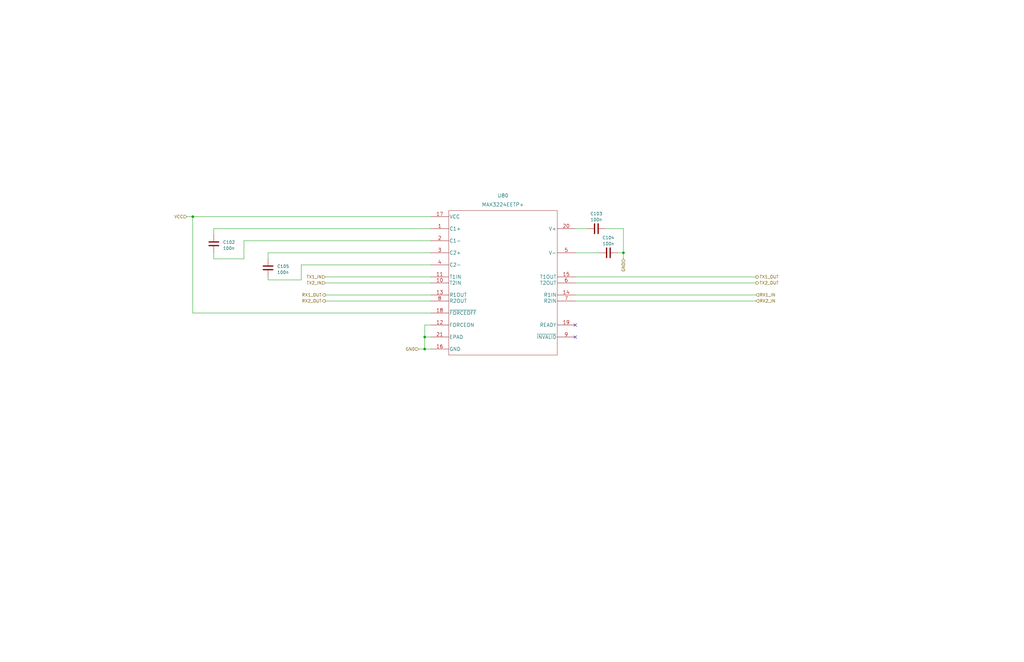
<source format=kicad_sch>
(kicad_sch (version 20230121) (generator eeschema)
  (paper "USLedger")
  (title_block (title "PCO2 Sensor Board") (rev "201") (company "Engineering") (comment 2 "Matt Casari") (comment 4 "DRAFT"))
  (lib_symbols
    (symbol "Device:C" (pin_numbers hide) (pin_names (offset 0.254))
      (property "Reference" "C" (at 0.635 2.54 0))
      (property "Value" "C" (at 0.635 -2.54 0))
      (symbol "C_0_1"
        (polyline (pts (xy -2.032 -0.762) (xy 2.032 -0.762)) (stroke (width 0.508)))
        (polyline (pts (xy -2.032 0.762) (xy 2.032 0.762)) (stroke (width 0.508)))
      )
      (symbol "C_1_1"
        (pin passive line (at 0 3.81 270) (length 2.794) (name "~") (number "1"))
        (pin passive line (at 0 -3.81 90) (length 2.794) (name "~") (number "2"))
      )
    )
    (symbol "pco2-sensor-board:MAX3224EETP+" (pin_names (offset 0.254))
      (property "Reference" "U" (at 30.48 7.62 0))
      (property "Value" "MAX3224EETP+" (at 30.48 5.08 0))
      (symbol "MAX3224EETP+_1_1"
        (polyline (pts (xy 7.62 -58.42) (xy 53.34 -58.42)) (stroke (width 0.127)))
        (polyline (pts (xy 7.62 2.54) (xy 7.62 -58.42)) (stroke (width 0.127)))
        (polyline (pts (xy 53.34 -58.42) (xy 53.34 2.54)) (stroke (width 0.127)))
        (polyline (pts (xy 53.34 2.54) (xy 7.62 2.54)) (stroke (width 0.127)))
        (pin power_out line (at 0 -5.08 0) (length 7.62) (name "C1+") (number "1"))
        (pin input line (at 0 -27.94 0) (length 7.62) (name "T2IN") (number "10"))
        (pin input line (at 0 -25.4 0) (length 7.62) (name "T1IN") (number "11"))
        (pin input line (at 0 -45.72 0) (length 7.62) (name "FORCEON") (number "12"))
        (pin output line (at 0 -33.02 0) (length 7.62) (name "R1OUT") (number "13"))
        (pin input line (at 60.96 -33.02 180) (length 7.62) (name "R1IN") (number "14"))
        (pin output line (at 60.96 -25.4 180) (length 7.62) (name "T1OUT") (number "15"))
        (pin power_in line (at 0 -55.88 0) (length 7.62) (name "GND") (number "16"))
        (pin power_in line (at 0 0 0) (length 7.62) (name "VCC") (number "17"))
        (pin input line (at 0 -40.64 0) (length 7.62) (name "~{FORCEOFF}") (number "18"))
        (pin output line (at 60.96 -45.72 180) (length 7.62) (name "READY") (number "19"))
        (pin power_out line (at 0 -10.16 0) (length 7.62) (name "C1-") (number "2"))
        (pin power_out line (at 60.96 -5.08 180) (length 7.62) (name "V+") (number "20"))
        (pin passive line (at 0 -50.8 0) (length 7.62) (name "EPAD") (number "21"))
        (pin power_out line (at 0 -15.24 0) (length 7.62) (name "C2+") (number "3"))
        (pin power_out line (at 0 -20.32 0) (length 7.62) (name "C2-") (number "4"))
        (pin power_out line (at 60.96 -15.24 180) (length 7.62) (name "V-") (number "5"))
        (pin output line (at 60.96 -27.94 180) (length 7.62) (name "T2OUT") (number "6"))
        (pin input line (at 60.96 -35.56 180) (length 7.62) (name "R2IN") (number "7"))
        (pin output line (at 0 -35.56 0) (length 7.62) (name "R2OUT") (number "8"))
        (pin output line (at 60.96 -50.8 180) (length 7.62) (name "~{INVALID}") (number "9"))
      )
    )
  )
  (junction (at 179.07 147.32))
  (junction (at 81.28 91.44))
  (junction (at 262.89 106.68))
  (junction (at 179.07 142.24))
  (no_connect (at 242.57 137.16))
  (no_connect (at 242.57 142.24))
  (wire (pts (xy 181.61 142.24) (xy 179.07 142.24)))
  (wire (pts (xy 113.03 106.68) (xy 113.03 109.22)))
  (wire (pts (xy 179.07 142.24) (xy 179.07 147.32)))
  (wire (pts (xy 181.61 137.16) (xy 179.07 137.16)))
  (wire (pts (xy 113.03 118.11) (xy 127 118.11)))
  (wire (pts (xy 242.57 96.52) (xy 247.65 96.52)))
  (wire (pts (xy 137.16 119.38) (xy 181.61 119.38)))
  (wire (pts (xy 81.28 91.44) (xy 181.61 91.44)))
  (wire (pts (xy 113.03 116.84) (xy 113.03 118.11)))
  (wire (pts (xy 113.03 106.68) (xy 181.61 106.68)))
  (wire (pts (xy 90.17 109.22) (xy 102.87 109.22)))
  (wire (pts (xy 242.57 127) (xy 318.77 127)))
  (wire (pts (xy 81.28 132.08) (xy 81.28 91.44)))
  (wire (pts (xy 137.16 127) (xy 181.61 127)))
  (wire (pts (xy 102.87 109.22) (xy 102.87 101.6)))
  (wire (pts (xy 137.16 124.46) (xy 181.61 124.46)))
  (wire (pts (xy 242.57 124.46) (xy 318.77 124.46)))
  (wire (pts (xy 242.57 116.84) (xy 318.77 116.84)))
  (wire (pts (xy 179.07 137.16) (xy 179.07 142.24)))
  (wire (pts (xy 262.89 96.52) (xy 262.89 106.68)))
  (wire (pts (xy 81.28 132.08) (xy 181.61 132.08)))
  (wire (pts (xy 127 118.11) (xy 127 111.76)))
  (wire (pts (xy 90.17 96.52) (xy 90.17 99.06)))
  (wire (pts (xy 102.87 101.6) (xy 181.61 101.6)))
  (wire (pts (xy 242.57 106.68) (xy 252.73 106.68)))
  (wire (pts (xy 176.53 147.32) (xy 179.07 147.32)))
  (wire (pts (xy 127 111.76) (xy 181.61 111.76)))
  (wire (pts (xy 260.35 106.68) (xy 262.89 106.68)))
  (wire (pts (xy 90.17 106.68) (xy 90.17 109.22)))
  (wire (pts (xy 90.17 96.52) (xy 181.61 96.52)))
  (wire (pts (xy 242.57 119.38) (xy 318.77 119.38)))
  (wire (pts (xy 255.27 96.52) (xy 262.89 96.52)))
  (wire (pts (xy 78.74 91.44) (xy 81.28 91.44)))
  (wire (pts (xy 137.16 116.84) (xy 181.61 116.84)))
  (wire (pts (xy 262.89 106.68) (xy 262.89 109.22)))
  (wire (pts (xy 179.07 147.32) (xy 181.61 147.32)))
  (hierarchical_label "TX2_OUT" (shape output) (at 318.77 119.38 0))
  (hierarchical_label "TX1_IN" (shape input) (at 137.16 116.84 180))
  (hierarchical_label "TX2_IN" (shape input) (at 137.16 119.38 180))
  (hierarchical_label "RX1_OUT" (shape output) (at 137.16 124.46 180))
  (hierarchical_label "GND" (shape input) (at 262.89 109.22 270))
  (hierarchical_label "GND" (shape input) (at 176.53 147.32 180))
  (hierarchical_label "TX1_OUT" (shape output) (at 318.77 116.84 0))
  (hierarchical_label "RX2_IN" (shape input) (at 318.77 127 0))
  (hierarchical_label "RX1_IN" (shape input) (at 318.77 124.46 0))
  (hierarchical_label "VCC" (shape input) (at 78.74 91.44 180))
  (hierarchical_label "RX2_OUT" (shape output) (at 137.16 127 180))
  (symbol (lib_id "Device:C") (at 113.03 113.03 180) (unit 1)
    (property "Reference" "C105" (at 116.84 112.395 0) (effects (justify right)))
    (property "Value" "100n" (at 116.84 114.935 0) (effects (justify right)))
    (property "Footprint" "Capacitor_SMD:C_0805_2012Metric" (effects hide))
    (property "MPN" "C0805R104J5RACTU" (effects hide))
    (instances (project "pco2-sensor-board" (path "" (reference "C105") (unit 1)) (path "" (reference "C98") (unit 1))))
  )
  (symbol (lib_id "pco2-sensor-board:MAX3224EETP+") (at 181.61 91.44 0) (unit 1)
    (property "Reference" "U80" (at 212.09 82.55 0) (effects (font (size 1.524 1.524))))
    (property "Value" "MAX3224EETP+" (at 212.09 86.36 0) (effects (font (size 1.524 1.524))))
    (property "Footprint" "pco2-sensor-board:MAX3224EETP+" (effects hide))
    (property "MPN" "MAX3224EETP+" (effects hide))
    (instances (project "pco2-sensor-board" (path "" (reference "U80") (unit 1)) (path "" (reference "U11") (unit 1))))
  )
  (symbol (lib_id "Device:C") (at 251.46 96.52 270) (unit 1)
    (property "Reference" "C103" (at 251.46 90.17 90))
    (property "Value" "100n" (at 251.46 92.71 90))
    (property "Footprint" "Capacitor_SMD:C_0805_2012Metric" (effects hide))
    (property "MPN" "C0805R104J5RACTU" (effects hide))
    (instances (project "pco2-sensor-board" (path "" (reference "C103") (unit 1)) (path "" (reference "C100") (unit 1))))
  )
  (symbol (lib_id "Device:C") (at 90.17 102.87 180) (unit 1)
    (property "Reference" "C102" (at 93.98 102.235 0) (effects (justify right)))
    (property "Value" "100n" (at 93.98 104.775 0) (effects (justify right)))
    (property "Footprint" "Capacitor_SMD:C_0805_2012Metric" (effects hide))
    (property "MPN" "C0805R104J5RACTU" (effects hide))
    (instances (project "pco2-sensor-board" (path "" (reference "C102") (unit 1)) (path "" (reference "C101") (unit 1))))
  )
  (symbol (lib_id "Device:C") (at 256.54 106.68 270) (unit 1)
    (property "Reference" "C104" (at 256.54 100.33 90))
    (property "Value" "100n" (at 256.54 102.87 90))
    (property "Footprint" "Capacitor_SMD:C_0805_2012Metric" (effects hide))
    (property "MPN" "C0805R104J5RACTU" (effects hide))
    (instances (project "pco2-sensor-board" (path "" (reference "C104") (unit 1)) (path "" (reference "C99") (unit 1))))
  )
)
</source>
